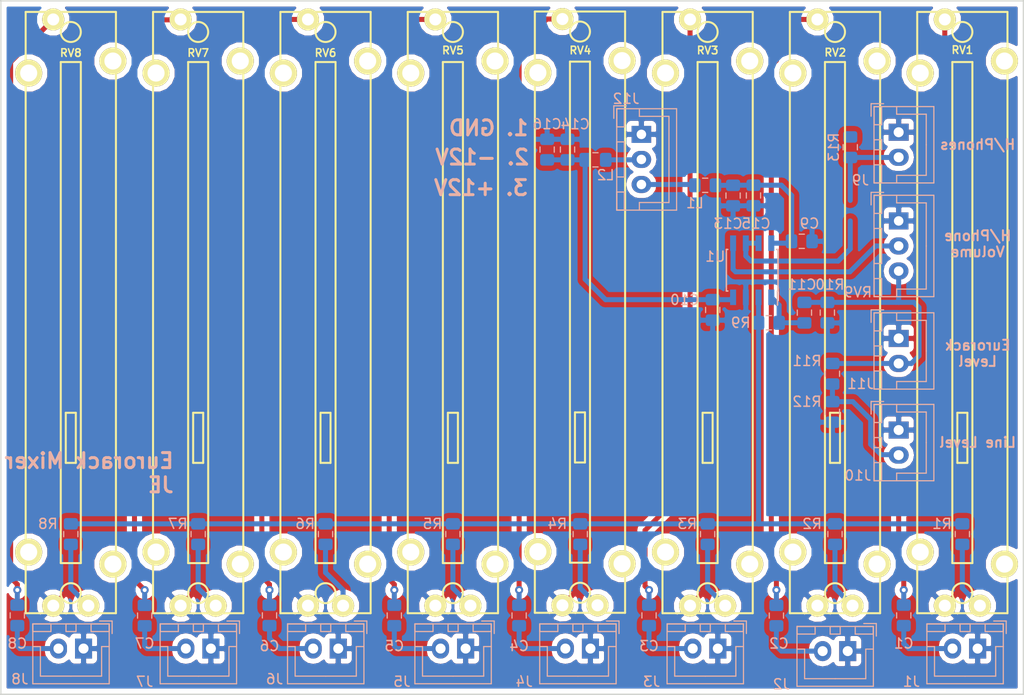
<source format=kicad_pcb>
(kicad_pcb (version 20171130) (host pcbnew "(5.0.0)")
  (layers (0 F.Cu signal) (31 B.Cu signal) (34 B.Paste user) (35 F.Paste user) (36 B.SilkS user) (37 F.SilkS user) (38 B.Mask user) (39 F.Mask user) (44 Edge.Cuts user))
  (net 0 "")
  (net 1 "Net-(C6-Pad1)")
  (net 2 "Net-(R6-Pad2)")
  (net 3 GND)
  (net 4 "Net-(R5-Pad2)")
  (net 5 "Net-(C5-Pad1)")
  (net 6 "Net-(C4-Pad1)")
  (net 7 "Net-(R4-Pad2)")
  (net 8 "Net-(R3-Pad2)")
  (net 9 "Net-(C3-Pad1)")
  (net 10 "Net-(C2-Pad1)")
  (net 11 "Net-(R2-Pad2)")
  (net 12 "Net-(R1-Pad2)")
  (net 13 "Net-(C1-Pad1)")
  (net 14 "Net-(C8-Pad1)")
  (net 15 "Net-(R8-Pad2)")
  (net 16 "Net-(R7-Pad2)")
  (net 17 "Net-(C7-Pad1)")
  (net 18 /MIX_0)
  (net 19 "Net-(C11-Pad2)")
  (net 20 "Net-(C11-Pad1)")
  (net 21 "Net-(J10-Pad2)")
  (net 22 -12V)
  (net 23 "Net-(RV9-Pad2)")
  (net 24 +12V)
  (net 25 "Net-(C4-Pad2)")
  (net 26 "Net-(C1-Pad2)")
  (net 27 "Net-(C2-Pad2)")
  (net 28 "Net-(C5-Pad2)")
  (net 29 "Net-(C6-Pad2)")
  (net 30 "Net-(C7-Pad2)")
  (net 31 "Net-(C8-Pad2)")
  (net 32 "Net-(C3-Pad2)")
  (net 33 "Net-(J12-Pad2)")
  (net 34 "Net-(J12-Pad3)")
  (net 35 "Net-(R13-Pad1)")
  (net 36 "Net-(J9-Pad2)")
  (module bourns:BOURNS-PTA4543_45mm-slide-pot (layer F.Cu) (at 91.44 50.8 90)
    (fp_text reference RV5 (at 26.162 0 180) (layer F.SilkS) (effects (font (size 0.762 0.762) (thickness 0.1524))))
    (fp_text value 10KA hide)
    (pad "" thru_hole circle (at 25.1 4.2 90) (size 2.7 2.7) (drill 1.7) (layers *.Cu *.Mask F.SilkS))
    (pad "" thru_hole circle (at -25.1 4.2 90) (size 2.7 2.7) (drill 1.7) (layers *.Cu *.Mask F.SilkS))
    (pad "" thru_hole circle (at 23.9 -4.2 90) (size 2.7 2.7) (drill 1.7) (layers *.Cu *.Mask F.SilkS))
    (pad "" thru_hole circle (at -23.9 -4.2 90) (size 2.7 2.7) (drill 1.7) (layers *.Cu *.Mask F.SilkS))
    (pad 3 thru_hole circle (at 29.25 -1.75 90) (size 2.2 2.2) (drill 1.2) (layers *.Cu *.Mask F.SilkS) (net 5 "Net-(C5-Pad1)"))
    (pad 2 thru_hole circle (at -29.25 1.75 90) (size 2.2 2.2) (drill 1.2) (layers *.Cu *.Mask F.SilkS) (net 4 "Net-(R5-Pad2)"))
    (pad 1 thru_hole circle (at -29.25 -1.75 90) (size 2.2 2.2) (drill 1.2) (layers *.Cu *.Mask F.SilkS) (net 3 GND))
  )
  (module bourns:BOURNS-PTA4543_45mm-slide-pot (layer F.Cu) (at 116.84 50.8 90)
    (fp_text reference RV3 (at 26.162 0 180) (layer F.SilkS) (effects (font (size 0.762 0.762) (thickness 0.1524))))
    (fp_text value 10KA hide)
    (pad "" thru_hole circle (at 25.1 4.2 90) (size 2.7 2.7) (drill 1.7) (layers *.Cu *.Mask F.SilkS))
    (pad "" thru_hole circle (at -25.1 4.2 90) (size 2.7 2.7) (drill 1.7) (layers *.Cu *.Mask F.SilkS))
    (pad "" thru_hole circle (at 23.9 -4.2 90) (size 2.7 2.7) (drill 1.7) (layers *.Cu *.Mask F.SilkS))
    (pad "" thru_hole circle (at -23.9 -4.2 90) (size 2.7 2.7) (drill 1.7) (layers *.Cu *.Mask F.SilkS))
    (pad 3 thru_hole circle (at 29.25 -1.75 90) (size 2.2 2.2) (drill 1.2) (layers *.Cu *.Mask F.SilkS) (net 9 "Net-(C3-Pad1)"))
    (pad 2 thru_hole circle (at -29.25 1.75 90) (size 2.2 2.2) (drill 1.2) (layers *.Cu *.Mask F.SilkS) (net 8 "Net-(R3-Pad2)"))
    (pad 1 thru_hole circle (at -29.25 -1.75 90) (size 2.2 2.2) (drill 1.2) (layers *.Cu *.Mask F.SilkS) (net 3 GND))
  )
  (module Resistor_SMD:R_0805_2012Metric_Pad1.15x1.40mm_HandSolder (layer B.Cu) (at 131.064 34.299 270)
    (fp_text reference R13 (at 0 1.65 270) (layer B.SilkS) (effects (justify mirror)))
    (fp_text value 120R)
    (pad 1 smd roundrect (at -1.025 0 270) (size 1.15 1.4) (layers B.Cu B.Paste B.Mask) (roundrect_rratio 0.217391) (net 35 "Net-(R13-Pad1)"))
    (pad 2 smd roundrect (at 1.025 0 270) (size 1.15 1.4) (layers B.Cu B.Paste B.Mask) (roundrect_rratio 0.217391) (net 36 "Net-(J9-Pad2)"))
  )
  (module Capacitor_SMD:C_0805_2012Metric_Pad1.15x1.40mm_HandSolder (layer B.Cu) (at 100.838 34.535 270)
    (fp_text reference C16 (at -2.54 0) (layer B.SilkS) (effects (justify mirror)))
    (fp_text value 10u)
    (pad 2 smd roundrect (at 1.025 0 270) (size 1.15 1.4) (layers B.Cu B.Paste B.Mask) (roundrect_rratio 0.217391) (net 22 -12V))
    (pad 1 smd roundrect (at -1.025 0 270) (size 1.15 1.4) (layers B.Cu B.Paste B.Mask) (roundrect_rratio 0.217391) (net 3 GND))
  )
  (module Capacitor_SMD:C_0805_2012Metric_Pad1.15x1.40mm_HandSolder (layer B.Cu) (at 121.412 39.116 90)
    (fp_text reference C15 (at -2.803 0.254 -180) (layer B.SilkS) (effects (justify mirror)))
    (fp_text value 10u)
    (pad 1 smd roundrect (at -1.025 0 90) (size 1.15 1.4) (layers B.Cu B.Paste B.Mask) (roundrect_rratio 0.217391) (net 3 GND))
    (pad 2 smd roundrect (at 1.025 0 90) (size 1.15 1.4) (layers B.Cu B.Paste B.Mask) (roundrect_rratio 0.217391) (net 24 +12V))
  )
  (module Capacitor_SMD:C_0805_2012Metric_Pad1.15x1.40mm_HandSolder (layer B.Cu) (at 102.87 34.535 270)
    (fp_text reference C14 (at -2.531 -0.762) (layer B.SilkS) (effects (justify mirror)))
    (fp_text value 100n)
    (pad 2 smd roundrect (at 1.025 0 270) (size 1.15 1.4) (layers B.Cu B.Paste B.Mask) (roundrect_rratio 0.217391) (net 22 -12V))
    (pad 1 smd roundrect (at -1.025 0 270) (size 1.15 1.4) (layers B.Cu B.Paste B.Mask) (roundrect_rratio 0.217391) (net 3 GND))
  )
  (module Capacitor_SMD:C_0805_2012Metric_Pad1.15x1.40mm_HandSolder (layer B.Cu) (at 119.38 39.125 90)
    (fp_text reference C13 (at -2.803 -0.508 -180) (layer B.SilkS) (effects (justify mirror)))
    (fp_text value 100n)
    (pad 1 smd roundrect (at -1.025 0 90) (size 1.15 1.4) (layers B.Cu B.Paste B.Mask) (roundrect_rratio 0.217391) (net 3 GND))
    (pad 2 smd roundrect (at 1.025 0 90) (size 1.15 1.4) (layers B.Cu B.Paste B.Mask) (roundrect_rratio 0.217391) (net 24 +12V))
  )
  (module Connector_JST:JST_XH_B03B-XH-A_1x03_P2.50mm_Vertical (layer B.Cu) (at 110.236 33.02 270)
    (fp_text reference J12 (at -3.556 1.524) (layer B.SilkS) (effects (justify mirror)))
    (fp_text value Conn_01x03_Female)
    (pad 1 thru_hole rect (at 0 0 270) (size 1.7 1.95) (drill 0.95) (layers *.Cu *.Mask) (net 3 GND))
    (pad 2 thru_hole oval (at 2.5 0 270) (size 1.7 1.95) (drill 0.95) (layers *.Cu *.Mask) (net 33 "Net-(J12-Pad2)"))
    (pad 3 thru_hole oval (at 5 0 270) (size 1.7 1.95) (drill 0.95) (layers *.Cu *.Mask) (net 34 "Net-(J12-Pad3)"))
  )
  (module Resistor_SMD:R_0805_2012Metric_Pad1.15x1.40mm_HandSolder (layer B.Cu) (at 116.595 38.1)
    (fp_text reference L1 (at -1.025 1.778 -180) (layer B.SilkS) (effects (justify mirror)))
    (fp_text value LQM21DN220N00L)
    (pad 1 smd roundrect (at -1.025 0) (size 1.15 1.4) (layers B.Cu B.Paste B.Mask) (roundrect_rratio 0.217391) (net 34 "Net-(J12-Pad3)"))
    (pad 2 smd roundrect (at 1.025 0) (size 1.15 1.4) (layers B.Cu B.Paste B.Mask) (roundrect_rratio 0.217391) (net 24 +12V))
  )
  (module Resistor_SMD:R_0805_2012Metric_Pad1.15x1.40mm_HandSolder (layer B.Cu) (at 105.655 35.56 180)
    (fp_text reference L2 (at -1.016 -1.524) (layer B.SilkS) (effects (justify mirror)))
    (fp_text value LQM21DN220N00L)
    (pad 2 smd roundrect (at 1.025 0 180) (size 1.15 1.4) (layers B.Cu B.Paste B.Mask) (roundrect_rratio 0.217391) (net 22 -12V))
    (pad 1 smd roundrect (at -1.025 0 180) (size 1.15 1.4) (layers B.Cu B.Paste B.Mask) (roundrect_rratio 0.217391) (net 33 "Net-(J12-Pad2)"))
  )
  (module Connector_JST:JST_XH_B03B-XH-A_1x03_P2.50mm_Vertical (layer B.Cu) (at 135.89 41.656 270)
    (fp_text reference RV9 (at 7.112 4.064) (layer B.SilkS) (effects (justify mirror)))
    (fp_text value 10KA)
    (pad 1 thru_hole rect (at 0 0 270) (size 1.7 1.95) (drill 0.95) (layers *.Cu *.Mask) (net 3 GND))
    (pad 2 thru_hole oval (at 2.5 0 270) (size 1.7 1.95) (drill 0.95) (layers *.Cu *.Mask) (net 23 "Net-(RV9-Pad2)"))
    (pad 3 thru_hole oval (at 5 0 270) (size 1.7 1.95) (drill 0.95) (layers *.Cu *.Mask) (net 20 "Net-(C11-Pad1)"))
  )
  (module Capacitor_SMD:C_0805_2012Metric_Pad1.15x1.40mm_HandSolder (layer B.Cu) (at 126.492 50.809 270)
    (fp_text reference C11 (at -2.803 0.254) (layer B.SilkS) (effects (justify mirror)))
    (fp_text value 10u)
    (pad 1 smd roundrect (at -1.025 0 270) (size 1.15 1.4) (layers B.Cu B.Paste B.Mask) (roundrect_rratio 0.217391) (net 20 "Net-(C11-Pad1)"))
    (pad 2 smd roundrect (at 1.025 0 270) (size 1.15 1.4) (layers B.Cu B.Paste B.Mask) (roundrect_rratio 0.217391) (net 19 "Net-(C11-Pad2)"))
  )
  (module Capacitor_SMD:C_0805_2012Metric_Pad1.15x1.40mm_HandSolder (layer B.Cu) (at 117.348 50.537 90)
    (fp_text reference C10 (at 1.007 -2.794 180) (layer B.SilkS) (effects (justify mirror)))
    (fp_text value 100n)
    (pad 2 smd roundrect (at 1.025 0 90) (size 1.15 1.4) (layers B.Cu B.Paste B.Mask) (roundrect_rratio 0.217391) (net 22 -12V))
    (pad 1 smd roundrect (at -1.025 0 90) (size 1.15 1.4) (layers B.Cu B.Paste B.Mask) (roundrect_rratio 0.217391) (net 3 GND))
  )
  (module Capacitor_SMD:C_0805_2012Metric_Pad1.15x1.40mm_HandSolder (layer B.Cu) (at 126.229 43.688)
    (fp_text reference C9 (at 0.771 -1.778 180) (layer B.SilkS) (effects (justify mirror)))
    (fp_text value 100n)
    (pad 1 smd roundrect (at -1.025 0) (size 1.15 1.4) (layers B.Cu B.Paste B.Mask) (roundrect_rratio 0.217391) (net 24 +12V))
    (pad 2 smd roundrect (at 1.025 0) (size 1.15 1.4) (layers B.Cu B.Paste B.Mask) (roundrect_rratio 0.217391) (net 3 GND))
  )
  (module Capacitor_SMD:C_0805_2012Metric_Pad1.15x1.40mm_HandSolder (layer B.Cu) (at 48.006 81.017 270)
    (fp_text reference C8 (at 2.803 0) (layer B.SilkS) (effects (justify mirror)))
    (fp_text value 10u)
    (pad 2 smd roundrect (at 1.025 0 270) (size 1.15 1.4) (layers B.Cu B.Paste B.Mask) (roundrect_rratio 0.217391) (net 31 "Net-(C8-Pad2)"))
    (pad 1 smd roundrect (at -1.025 0 270) (size 1.15 1.4) (layers B.Cu B.Paste B.Mask) (roundrect_rratio 0.217391) (net 14 "Net-(C8-Pad1)"))
  )
  (module Capacitor_SMD:C_0805_2012Metric_Pad1.15x1.40mm_HandSolder (layer B.Cu) (at 60.706 81.035 270)
    (fp_text reference C7 (at 2.785 0) (layer B.SilkS) (effects (justify mirror)))
    (fp_text value 10u)
    (pad 1 smd roundrect (at -1.025 0 270) (size 1.15 1.4) (layers B.Cu B.Paste B.Mask) (roundrect_rratio 0.217391) (net 17 "Net-(C7-Pad1)"))
    (pad 2 smd roundrect (at 1.025 0 270) (size 1.15 1.4) (layers B.Cu B.Paste B.Mask) (roundrect_rratio 0.217391) (net 30 "Net-(C7-Pad2)"))
  )
  (module Capacitor_SMD:C_0805_2012Metric_Pad1.15x1.40mm_HandSolder (layer B.Cu) (at 73.152 81.017 270)
    (fp_text reference C6 (at 3.057 0) (layer B.SilkS) (effects (justify mirror)))
    (fp_text value 10u)
    (pad 2 smd roundrect (at 1.025 0 270) (size 1.15 1.4) (layers B.Cu B.Paste B.Mask) (roundrect_rratio 0.217391) (net 29 "Net-(C6-Pad2)"))
    (pad 1 smd roundrect (at -1.025 0 270) (size 1.15 1.4) (layers B.Cu B.Paste B.Mask) (roundrect_rratio 0.217391) (net 1 "Net-(C6-Pad1)"))
  )
  (module Capacitor_SMD:C_0805_2012Metric_Pad1.15x1.40mm_HandSolder (layer B.Cu) (at 85.598 81.026 270)
    (fp_text reference C5 (at 3.048 0) (layer B.SilkS) (effects (justify mirror)))
    (fp_text value 10u)
    (pad 1 smd roundrect (at -1.025 0 270) (size 1.15 1.4) (layers B.Cu B.Paste B.Mask) (roundrect_rratio 0.217391) (net 5 "Net-(C5-Pad1)"))
    (pad 2 smd roundrect (at 1.025 0 270) (size 1.15 1.4) (layers B.Cu B.Paste B.Mask) (roundrect_rratio 0.217391) (net 28 "Net-(C5-Pad2)"))
  )
  (module Capacitor_SMD:C_0805_2012Metric_Pad1.15x1.40mm_HandSolder (layer B.Cu) (at 98.044 81.026 270)
    (fp_text reference C4 (at 3.048 0) (layer B.SilkS) (effects (justify mirror)))
    (fp_text value 10u)
    (pad 2 smd roundrect (at 1.025 0 270) (size 1.15 1.4) (layers B.Cu B.Paste B.Mask) (roundrect_rratio 0.217391) (net 25 "Net-(C4-Pad2)"))
    (pad 1 smd roundrect (at -1.025 0 270) (size 1.15 1.4) (layers B.Cu B.Paste B.Mask) (roundrect_rratio 0.217391) (net 6 "Net-(C4-Pad1)"))
  )
  (module Capacitor_SMD:C_0805_2012Metric_Pad1.15x1.40mm_HandSolder (layer B.Cu) (at 110.998 81.017 270)
    (fp_text reference C3 (at 3.057 0) (layer B.SilkS) (effects (justify mirror)))
    (fp_text value 10u)
    (pad 1 smd roundrect (at -1.025 0 270) (size 1.15 1.4) (layers B.Cu B.Paste B.Mask) (roundrect_rratio 0.217391) (net 9 "Net-(C3-Pad1)"))
    (pad 2 smd roundrect (at 1.025 0 270) (size 1.15 1.4) (layers B.Cu B.Paste B.Mask) (roundrect_rratio 0.217391) (net 32 "Net-(C3-Pad2)"))
  )
  (module Capacitor_SMD:C_0805_2012Metric_Pad1.15x1.40mm_HandSolder (layer B.Cu) (at 123.698 81.035 270)
    (fp_text reference C2 (at 2.785 -0.254) (layer B.SilkS) (effects (justify mirror)))
    (fp_text value 10u)
    (pad 2 smd roundrect (at 1.025 0 270) (size 1.15 1.4) (layers B.Cu B.Paste B.Mask) (roundrect_rratio 0.217391) (net 27 "Net-(C2-Pad2)"))
    (pad 1 smd roundrect (at -1.025 0 270) (size 1.15 1.4) (layers B.Cu B.Paste B.Mask) (roundrect_rratio 0.217391) (net 10 "Net-(C2-Pad1)"))
  )
  (module Capacitor_SMD:C_0805_2012Metric_Pad1.15x1.40mm_HandSolder (layer B.Cu) (at 136.398 81.017 270)
    (fp_text reference C1 (at 2.803 0) (layer B.SilkS) (effects (justify mirror)))
    (fp_text value 10u)
    (pad 1 smd roundrect (at -1.025 0 270) (size 1.15 1.4) (layers B.Cu B.Paste B.Mask) (roundrect_rratio 0.217391) (net 13 "Net-(C1-Pad1)"))
    (pad 2 smd roundrect (at 1.025 0 270) (size 1.15 1.4) (layers B.Cu B.Paste B.Mask) (roundrect_rratio 0.217391) (net 26 "Net-(C1-Pad2)"))
  )
  (module Connector_JST:JST_XH_B02B-XH-A_1x02_P2.50mm_Vertical (layer B.Cu) (at 117.856 84.328 180)
    (fp_text reference J3 (at 6.604 -3.302 180) (layer B.SilkS) (effects (justify mirror)))
    (fp_text value "JST XH")
    (pad 2 thru_hole oval (at 2.5 0 180) (size 1.7 2) (drill 1) (layers *.Cu *.Mask) (net 32 "Net-(C3-Pad2)"))
    (pad 1 thru_hole rect (at 0 0 180) (size 1.7 2) (drill 1) (layers *.Cu *.Mask) (net 3 GND))
  )
  (module Connector_JST:JST_XH_B02B-XH-A_1x02_P2.50mm_Vertical (layer B.Cu) (at 54.61 84.328 180)
    (fp_text reference J8 (at 6.35 -3.048 180) (layer B.SilkS) (effects (justify mirror)))
    (fp_text value "JST XH")
    (pad 2 thru_hole oval (at 2.5 0 180) (size 1.7 2) (drill 1) (layers *.Cu *.Mask) (net 31 "Net-(C8-Pad2)"))
    (pad 1 thru_hole rect (at 0 0 180) (size 1.7 2) (drill 1) (layers *.Cu *.Mask) (net 3 GND))
  )
  (module Connector_JST:JST_XH_B02B-XH-A_1x02_P2.50mm_Vertical (layer B.Cu) (at 67.31 84.328 180)
    (fp_text reference J7 (at 6.604 -3.302 180) (layer B.SilkS) (effects (justify mirror)))
    (fp_text value "JST XH")
    (pad 1 thru_hole rect (at 0 0 180) (size 1.7 2) (drill 1) (layers *.Cu *.Mask) (net 3 GND))
    (pad 2 thru_hole oval (at 2.5 0 180) (size 1.7 2) (drill 1) (layers *.Cu *.Mask) (net 30 "Net-(C7-Pad2)"))
  )
  (module Connector_JST:JST_XH_B02B-XH-A_1x02_P2.50mm_Vertical (layer B.Cu) (at 80.01 84.328 180)
    (fp_text reference J6 (at 6.35 -3.048 180) (layer B.SilkS) (effects (justify mirror)))
    (fp_text value "JST XH")
    (pad 2 thru_hole oval (at 2.5 0 180) (size 1.7 2) (drill 1) (layers *.Cu *.Mask) (net 29 "Net-(C6-Pad2)"))
    (pad 1 thru_hole rect (at 0 0 180) (size 1.7 2) (drill 1) (layers *.Cu *.Mask) (net 3 GND))
  )
  (module Connector_JST:JST_XH_B02B-XH-A_1x02_P2.50mm_Vertical (layer B.Cu) (at 92.71 84.328 180)
    (fp_text reference J5 (at 6.35 -3.302 180) (layer B.SilkS) (effects (justify mirror)))
    (fp_text value "JST XH")
    (pad 1 thru_hole rect (at 0 0 180) (size 1.7 2) (drill 1) (layers *.Cu *.Mask) (net 3 GND))
    (pad 2 thru_hole oval (at 2.5 0 180) (size 1.7 2) (drill 1) (layers *.Cu *.Mask) (net 28 "Net-(C5-Pad2)"))
  )
  (module Connector_JST:JST_XH_B02B-XH-A_1x02_P2.50mm_Vertical (layer B.Cu) (at 130.81 84.582 180)
    (fp_text reference J2 (at 6.604 -3.302 180) (layer B.SilkS) (effects (justify mirror)))
    (fp_text value "JST XH")
    (pad 2 thru_hole oval (at 2.5 0 180) (size 1.7 2) (drill 1) (layers *.Cu *.Mask) (net 27 "Net-(C2-Pad2)"))
    (pad 1 thru_hole rect (at 0 0 180) (size 1.7 2) (drill 1) (layers *.Cu *.Mask) (net 3 GND))
  )
  (module Connector_JST:JST_XH_B02B-XH-A_1x02_P2.50mm_Vertical (layer B.Cu) (at 143.764 84.328 180)
    (fp_text reference J1 (at 6.604 -3.302 180) (layer B.SilkS) (effects (justify mirror)))
    (fp_text value "JST XH")
    (pad 1 thru_hole rect (at 0 0 180) (size 1.7 2) (drill 1) (layers *.Cu *.Mask) (net 3 GND))
    (pad 2 thru_hole oval (at 2.5 0 180) (size 1.7 2) (drill 1) (layers *.Cu *.Mask) (net 26 "Net-(C1-Pad2)"))
  )
  (module Connector_JST:JST_XH_B02B-XH-A_1x02_P2.50mm_Vertical (layer B.Cu) (at 135.89 53.38 270)
    (fp_text reference J11 (at 4.532 3.81) (layer B.SilkS) (effects (justify mirror)))
    (fp_text value "JST XH")
    (pad 2 thru_hole oval (at 2.5 0 270) (size 1.7 2) (drill 1) (layers *.Cu *.Mask) (net 20 "Net-(C11-Pad1)"))
    (pad 1 thru_hole rect (at 0 0 270) (size 1.7 2) (drill 1) (layers *.Cu *.Mask) (net 3 GND))
  )
  (module Connector_JST:JST_XH_B02B-XH-A_1x02_P2.50mm_Vertical (layer B.Cu) (at 135.89 62.524 270)
    (fp_text reference J10 (at 4.532 4.064) (layer B.SilkS) (effects (justify mirror)))
    (fp_text value "JST XH")
    (pad 1 thru_hole rect (at 0 0 270) (size 1.7 2) (drill 1) (layers *.Cu *.Mask) (net 3 GND))
    (pad 2 thru_hole oval (at 2.5 0 270) (size 1.7 2) (drill 1) (layers *.Cu *.Mask) (net 21 "Net-(J10-Pad2)"))
  )
  (module Connector_JST:JST_XH_B02B-XH-A_1x02_P2.50mm_Vertical (layer B.Cu) (at 105.156 84.328 180)
    (fp_text reference J4 (at 6.604 -3.302 180) (layer B.SilkS) (effects (justify mirror)))
    (fp_text value "JST XH")
    (pad 2 thru_hole oval (at 2.5 0 180) (size 1.7 2) (drill 1) (layers *.Cu *.Mask) (net 25 "Net-(C4-Pad2)"))
    (pad 1 thru_hole rect (at 0 0 180) (size 1.7 2) (drill 1) (layers *.Cu *.Mask) (net 3 GND))
  )
  (module Connector_JST:JST_XH_B02B-XH-A_1x02_P2.50mm_Vertical (layer B.Cu) (at 135.89 32.806 270)
    (fp_text reference J9 (at 4.786 3.81) (layer B.SilkS) (effects (justify mirror)))
    (fp_text value "JST XH")
    (pad 1 thru_hole rect (at 0 0 270) (size 1.7 2) (drill 1) (layers *.Cu *.Mask) (net 3 GND))
    (pad 2 thru_hole oval (at 2.5 0 270) (size 1.7 2) (drill 1) (layers *.Cu *.Mask) (net 36 "Net-(J9-Pad2)"))
  )
  (module Package_SO:SOIC-8_3.9x4.9mm_P1.27mm (layer B.Cu) (at 121.285 46.576 90)
    (fp_text reference U1 (at 1.364 -3.683 180) (layer B.SilkS) (effects (justify mirror)))
    (fp_text value NE5532)
    (pad 1 smd rect (at -2.7 1.905 90) (size 1.55 0.6) (layers B.Cu B.Paste B.Mask) (net 19 "Net-(C11-Pad2)"))
    (pad 2 smd rect (at -2.7 0.635 90) (size 1.55 0.6) (layers B.Cu B.Paste B.Mask) (net 18 /MIX_0))
    (pad 3 smd rect (at -2.7 -0.635 90) (size 1.55 0.6) (layers B.Cu B.Paste B.Mask) (net 3 GND))
    (pad 4 smd rect (at -2.7 -1.905 90) (size 1.55 0.6) (layers B.Cu B.Paste B.Mask) (net 22 -12V))
    (pad 5 smd rect (at 2.7 -1.905 90) (size 1.55 0.6) (layers B.Cu B.Paste B.Mask) (net 23 "Net-(RV9-Pad2)"))
    (pad 6 smd rect (at 2.7 -0.635 90) (size 1.55 0.6) (layers B.Cu B.Paste B.Mask) (net 35 "Net-(R13-Pad1)"))
    (pad 7 smd rect (at 2.7 0.635 90) (size 1.55 0.6) (layers B.Cu B.Paste B.Mask) (net 35 "Net-(R13-Pad1)"))
    (pad 8 smd rect (at 2.7 1.905 90) (size 1.55 0.6) (layers B.Cu B.Paste B.Mask) (net 24 +12V))
  )
  (module Resistor_SMD:R_0805_2012Metric_Pad1.15x1.40mm_HandSolder (layer B.Cu) (at 78.74 72.907 270)
    (fp_text reference R6 (at -1.025 2.032) (layer B.SilkS) (effects (justify mirror)))
    (fp_text value 5K6)
    (pad 2 smd roundrect (at 1.025 0 270) (size 1.15 1.4) (layers B.Cu B.Paste B.Mask) (roundrect_rratio 0.217391) (net 2 "Net-(R6-Pad2)"))
    (pad 1 smd roundrect (at -1.025 0 270) (size 1.15 1.4) (layers B.Cu B.Paste B.Mask) (roundrect_rratio 0.217391) (net 18 /MIX_0))
  )
  (module Resistor_SMD:R_0805_2012Metric_Pad1.15x1.40mm_HandSolder (layer B.Cu) (at 129.286 60.715 90)
    (fp_text reference R12 (at 1.025 -2.54 180) (layer B.SilkS) (effects (justify mirror)))
    (fp_text value 2K5)
    (pad 1 smd roundrect (at -1.025 0 90) (size 1.15 1.4) (layers B.Cu B.Paste B.Mask) (roundrect_rratio 0.217391) (net 3 GND))
    (pad 2 smd roundrect (at 1.025 0 90) (size 1.15 1.4) (layers B.Cu B.Paste B.Mask) (roundrect_rratio 0.217391) (net 21 "Net-(J10-Pad2)"))
  )
  (module Resistor_SMD:R_0805_2012Metric_Pad1.15x1.40mm_HandSolder (layer B.Cu) (at 129.286 56.905 90)
    (fp_text reference R11 (at 1.279 -2.54 180) (layer B.SilkS) (effects (justify mirror)))
    (fp_text value 10K)
    (pad 2 smd roundrect (at 1.025 0 90) (size 1.15 1.4) (layers B.Cu B.Paste B.Mask) (roundrect_rratio 0.217391) (net 20 "Net-(C11-Pad1)"))
    (pad 1 smd roundrect (at -1.025 0 90) (size 1.15 1.4) (layers B.Cu B.Paste B.Mask) (roundrect_rratio 0.217391) (net 21 "Net-(J10-Pad2)"))
  )
  (module Resistor_SMD:R_0805_2012Metric_Pad1.15x1.40mm_HandSolder (layer B.Cu) (at 128.778 50.809 90)
    (fp_text reference R10 (at 2.803 0.254 180) (layer B.SilkS) (effects (justify mirror)))
    (fp_text value 10K)
    (pad 1 smd roundrect (at -1.025 0 90) (size 1.15 1.4) (layers B.Cu B.Paste B.Mask) (roundrect_rratio 0.217391) (net 3 GND))
    (pad 2 smd roundrect (at 1.025 0 90) (size 1.15 1.4) (layers B.Cu B.Paste B.Mask) (roundrect_rratio 0.217391) (net 20 "Net-(C11-Pad1)"))
  )
  (module Resistor_SMD:R_0805_2012Metric_Pad1.15x1.40mm_HandSolder (layer B.Cu) (at 122.945 51.816 180)
    (fp_text reference R9 (at 2.803 0 180) (layer B.SilkS) (effects (justify mirror)))
    (fp_text value 10K)
    (pad 2 smd roundrect (at 1.025 0 180) (size 1.15 1.4) (layers B.Cu B.Paste B.Mask) (roundrect_rratio 0.217391) (net 18 /MIX_0))
    (pad 1 smd roundrect (at -1.025 0 180) (size 1.15 1.4) (layers B.Cu B.Paste B.Mask) (roundrect_rratio 0.217391) (net 19 "Net-(C11-Pad2)"))
  )
  (module Resistor_SMD:R_0805_2012Metric_Pad1.15x1.40mm_HandSolder (layer B.Cu) (at 66.04 72.907 270)
    (fp_text reference R7 (at -1.025 2.032) (layer B.SilkS) (effects (justify mirror)))
    (fp_text value 5K6)
    (pad 1 smd roundrect (at -1.025 0 270) (size 1.15 1.4) (layers B.Cu B.Paste B.Mask) (roundrect_rratio 0.217391) (net 18 /MIX_0))
    (pad 2 smd roundrect (at 1.025 0 270) (size 1.15 1.4) (layers B.Cu B.Paste B.Mask) (roundrect_rratio 0.217391) (net 16 "Net-(R7-Pad2)"))
  )
  (module Resistor_SMD:R_0805_2012Metric_Pad1.15x1.40mm_HandSolder (layer B.Cu) (at 91.44 72.907 270)
    (fp_text reference R5 (at -1.025 2.032) (layer B.SilkS) (effects (justify mirror)))
    (fp_text value 5K6)
    (pad 2 smd roundrect (at 1.025 0 270) (size 1.15 1.4) (layers B.Cu B.Paste B.Mask) (roundrect_rratio 0.217391) (net 4 "Net-(R5-Pad2)"))
    (pad 1 smd roundrect (at -1.025 0 270) (size 1.15 1.4) (layers B.Cu B.Paste B.Mask) (roundrect_rratio 0.217391) (net 18 /MIX_0))
  )
  (module Resistor_SMD:R_0805_2012Metric_Pad1.15x1.40mm_HandSolder (layer B.Cu) (at 104.14 72.907 270)
    (fp_text reference R4 (at -1.025 2.286) (layer B.SilkS) (effects (justify mirror)))
    (fp_text value 5K6)
    (pad 1 smd roundrect (at -1.025 0 270) (size 1.15 1.4) (layers B.Cu B.Paste B.Mask) (roundrect_rratio 0.217391) (net 18 /MIX_0))
    (pad 2 smd roundrect (at 1.025 0 270) (size 1.15 1.4) (layers B.Cu B.Paste B.Mask) (roundrect_rratio 0.217391) (net 7 "Net-(R4-Pad2)"))
  )
  (module Resistor_SMD:R_0805_2012Metric_Pad1.15x1.40mm_HandSolder (layer B.Cu) (at 116.84 72.907 270)
    (fp_text reference R3 (at -1.025 2.032) (layer B.SilkS) (effects (justify mirror)))
    (fp_text value 5K6)
    (pad 2 smd roundrect (at 1.025 0 270) (size 1.15 1.4) (layers B.Cu B.Paste B.Mask) (roundrect_rratio 0.217391) (net 8 "Net-(R3-Pad2)"))
    (pad 1 smd roundrect (at -1.025 0 270) (size 1.15 1.4) (layers B.Cu B.Paste B.Mask) (roundrect_rratio 0.217391) (net 18 /MIX_0))
  )
  (module Resistor_SMD:R_0805_2012Metric_Pad1.15x1.40mm_HandSolder (layer B.Cu) (at 129.54 72.907 270)
    (fp_text reference R2 (at -1.025 2.286) (layer B.SilkS) (effects (justify mirror)))
    (fp_text value 5K6)
    (pad 1 smd roundrect (at -1.025 0 270) (size 1.15 1.4) (layers B.Cu B.Paste B.Mask) (roundrect_rratio 0.217391) (net 18 /MIX_0))
    (pad 2 smd roundrect (at 1.025 0 270) (size 1.15 1.4) (layers B.Cu B.Paste B.Mask) (roundrect_rratio 0.217391) (net 11 "Net-(R2-Pad2)"))
  )
  (module Resistor_SMD:R_0805_2012Metric_Pad1.15x1.40mm_HandSolder (layer B.Cu) (at 142.24 72.907 270)
    (fp_text reference R1 (at -1.025 2.032) (layer B.SilkS) (effects (justify mirror)))
    (fp_text value 5K6)
    (pad 2 smd roundrect (at 1.025 0 270) (size 1.15 1.4) (layers B.Cu B.Paste B.Mask) (roundrect_rratio 0.217391) (net 12 "Net-(R1-Pad2)"))
    (pad 1 smd roundrect (at -1.025 0 270) (size 1.15 1.4) (layers B.Cu B.Paste B.Mask) (roundrect_rratio 0.217391) (net 18 /MIX_0))
  )
  (module Resistor_SMD:R_0805_2012Metric_Pad1.15x1.40mm_HandSolder (layer B.Cu) (at 53.34 72.907 270)
    (fp_text reference R8 (at -1.025 2.286) (layer B.SilkS) (effects (justify mirror)))
    (fp_text value 5K6)
    (pad 1 smd roundrect (at -1.025 0 270) (size 1.15 1.4) (layers B.Cu B.Paste B.Mask) (roundrect_rratio 0.217391) (net 18 /MIX_0))
    (pad 2 smd roundrect (at 1.025 0 270) (size 1.15 1.4) (layers B.Cu B.Paste B.Mask) (roundrect_rratio 0.217391) (net 15 "Net-(R8-Pad2)"))
  )
  (module bourns:BOURNS-PTA4543_45mm-slide-pot (layer F.Cu) (at 66.04 50.8 90)
    (fp_text reference RV7 (at 25.908 0 180) (layer F.SilkS) (effects (font (size 0.762 0.762) (thickness 0.1524))))
    (fp_text value 10KA hide)
    (pad "" thru_hole circle (at 25.1 4.2 90) (size 2.7 2.7) (drill 1.7) (layers *.Cu *.Mask F.SilkS))
    (pad "" thru_hole circle (at -25.1 4.2 90) (size 2.7 2.7) (drill 1.7) (layers *.Cu *.Mask F.SilkS))
    (pad "" thru_hole circle (at 23.9 -4.2 90) (size 2.7 2.7) (drill 1.7) (layers *.Cu *.Mask F.SilkS))
    (pad "" thru_hole circle (at -23.9 -4.2 90) (size 2.7 2.7) (drill 1.7) (layers *.Cu *.Mask F.SilkS))
    (pad 3 thru_hole circle (at 29.25 -1.75 90) (size 2.2 2.2) (drill 1.2) (layers *.Cu *.Mask F.SilkS) (net 17 "Net-(C7-Pad1)"))
    (pad 2 thru_hole circle (at -29.25 1.75 90) (size 2.2 2.2) (drill 1.2) (layers *.Cu *.Mask F.SilkS) (net 16 "Net-(R7-Pad2)"))
    (pad 1 thru_hole circle (at -29.25 -1.75 90) (size 2.2 2.2) (drill 1.2) (layers *.Cu *.Mask F.SilkS) (net 3 GND))
  )
  (module bourns:BOURNS-PTA4543_45mm-slide-pot (layer F.Cu) (at 53.34 50.8 90)
    (fp_text reference RV8 (at 25.908 0 180) (layer F.SilkS) (effects (font (size 0.762 0.762) (thickness 0.1524))))
    (fp_text value 10KA hide)
    (pad 1 thru_hole circle (at -29.25 -1.75 90) (size 2.2 2.2) (drill 1.2) (layers *.Cu *.Mask F.SilkS) (net 3 GND))
    (pad 2 thru_hole circle (at -29.25 1.75 90) (size 2.2 2.2) (drill 1.2) (layers *.Cu *.Mask F.SilkS) (net 15 "Net-(R8-Pad2)"))
    (pad 3 thru_hole circle (at 29.25 -1.75 90) (size 2.2 2.2) (drill 1.2) (layers *.Cu *.Mask F.SilkS) (net 14 "Net-(C8-Pad1)"))
    (pad "" thru_hole circle (at -23.9 -4.2 90) (size 2.7 2.7) (drill 1.7) (layers *.Cu *.Mask F.SilkS))
    (pad "" thru_hole circle (at 23.9 -4.2 90) (size 2.7 2.7) (drill 1.7) (layers *.Cu *.Mask F.SilkS))
    (pad "" thru_hole circle (at -25.1 4.2 90) (size 2.7 2.7) (drill 1.7) (layers *.Cu *.Mask F.SilkS))
    (pad "" thru_hole circle (at 25.1 4.2 90) (size 2.7 2.7) (drill 1.7) (layers *.Cu *.Mask F.SilkS))
  )
  (module bourns:BOURNS-PTA4543_45mm-slide-pot (layer F.Cu) (at 142.24 50.8 90)
    (fp_text reference RV1 (at 26.202 0 180) (layer F.SilkS) (effects (font (size 0.762 0.762) (thickness 0.1524))))
    (fp_text value 10KA hide)
    (pad 1 thru_hole circle (at -29.25 -1.75 90) (size 2.2 2.2) (drill 1.2) (layers *.Cu *.Mask F.SilkS) (net 3 GND))
    (pad 2 thru_hole circle (at -29.25 1.75 90) (size 2.2 2.2) (drill 1.2) (layers *.Cu *.Mask F.SilkS) (net 12 "Net-(R1-Pad2)"))
    (pad 3 thru_hole circle (at 29.25 -1.75 90) (size 2.2 2.2) (drill 1.2) (layers *.Cu *.Mask F.SilkS) (net 13 "Net-(C1-Pad1)"))
    (pad "" thru_hole circle (at -23.9 -4.2 90) (size 2.7 2.7) (drill 1.7) (layers *.Cu *.Mask F.SilkS))
    (pad "" thru_hole circle (at 23.9 -4.2 90) (size 2.7 2.7) (drill 1.7) (layers *.Cu *.Mask F.SilkS))
    (pad "" thru_hole circle (at -25.1 4.2 90) (size 2.7 2.7) (drill 1.7) (layers *.Cu *.Mask F.SilkS))
    (pad "" thru_hole circle (at 25.1 4.2 90) (size 2.7 2.7) (drill 1.7) (layers *.Cu *.Mask F.SilkS))
  )
  (module bourns:BOURNS-PTA4543_45mm-slide-pot (layer F.Cu) (at 129.54 50.8 90)
    (fp_text reference RV2 (at 25.948 0.028 180) (layer F.SilkS) (effects (font (size 0.762 0.762) (thickness 0.1524))))
    (fp_text value 10KA hide)
    (pad 1 thru_hole circle (at -29.25 -1.75 90) (size 2.2 2.2) (drill 1.2) (layers *.Cu *.Mask F.SilkS) (net 3 GND))
    (pad 2 thru_hole circle (at -29.25 1.75 90) (size 2.2 2.2) (drill 1.2) (layers *.Cu *.Mask F.SilkS) (net 11 "Net-(R2-Pad2)"))
    (pad 3 thru_hole circle (at 29.25 -1.75 90) (size 2.2 2.2) (drill 1.2) (layers *.Cu *.Mask F.SilkS) (net 10 "Net-(C2-Pad1)"))
    (pad "" thru_hole circle (at -23.9 -4.2 90) (size 2.7 2.7) (drill 1.7) (layers *.Cu *.Mask F.SilkS))
    (pad "" thru_hole circle (at 23.9 -4.2 90) (size 2.7 2.7) (drill 1.7) (layers *.Cu *.Mask F.SilkS))
    (pad "" thru_hole circle (at -25.1 4.2 90) (size 2.7 2.7) (drill 1.7) (layers *.Cu *.Mask F.SilkS))
    (pad "" thru_hole circle (at 25.1 4.2 90) (size 2.7 2.7) (drill 1.7) (layers *.Cu *.Mask F.SilkS))
  )
  (module bourns:BOURNS-PTA4543_45mm-slide-pot (layer F.Cu) (at 104.112 50.76 90)
    (fp_text reference RV4 (at 26.122 0.028 180) (layer F.SilkS) (effects (font (size 0.762 0.762) (thickness 0.1524))))
    (fp_text value 10KA hide)
    (pad 1 thru_hole circle (at -29.25 -1.75 90) (size 2.2 2.2) (drill 1.2) (layers *.Cu *.Mask F.SilkS) (net 3 GND))
    (pad 2 thru_hole circle (at -29.25 1.75 90) (size 2.2 2.2) (drill 1.2) (layers *.Cu *.Mask F.SilkS) (net 7 "Net-(R4-Pad2)"))
    (pad 3 thru_hole circle (at 29.25 -1.75 90) (size 2.2 2.2) (drill 1.2) (layers *.Cu *.Mask F.SilkS) (net 6 "Net-(C4-Pad1)"))
    (pad "" thru_hole circle (at -23.9 -4.2 90) (size 2.7 2.7) (drill 1.7) (layers *.Cu *.Mask F.SilkS))
    (pad "" thru_hole circle (at 23.9 -4.2 90) (size 2.7 2.7) (drill 1.7) (layers *.Cu *.Mask F.SilkS))
    (pad "" thru_hole circle (at -25.1 4.2 90) (size 2.7 2.7) (drill 1.7) (layers *.Cu *.Mask F.SilkS))
    (pad "" thru_hole circle (at 25.1 4.2 90) (size 2.7 2.7) (drill 1.7) (layers *.Cu *.Mask F.SilkS))
  )
  (module bourns:BOURNS-PTA4543_45mm-slide-pot (layer F.Cu) (at 78.74 50.8 90)
    (fp_text reference RV6 (at 25.908 0 180) (layer F.SilkS) (effects (font (size 0.762 0.762) (thickness 0.1524))))
    (fp_text value 10KA hide)
    (pad 1 thru_hole circle (at -29.25 -1.75 90) (size 2.2 2.2) (drill 1.2) (layers *.Cu *.Mask F.SilkS) (net 3 GND))
    (pad 2 thru_hole circle (at -29.25 1.75 90) (size 2.2 2.2) (drill 1.2) (layers *.Cu *.Mask F.SilkS) (net 2 "Net-(R6-Pad2)"))
    (pad 3 thru_hole circle (at 29.25 -1.75 90) (size 2.2 2.2) (drill 1.2) (layers *.Cu *.Mask F.SilkS) (net 1 "Net-(C6-Pad1)"))
    (pad "" thru_hole circle (at -23.9 -4.2 90) (size 2.7 2.7) (drill 1.7) (layers *.Cu *.Mask F.SilkS))
    (pad "" thru_hole circle (at 23.9 -4.2 90) (size 2.7 2.7) (drill 1.7) (layers *.Cu *.Mask F.SilkS))
    (pad "" thru_hole circle (at -25.1 4.2 90) (size 2.7 2.7) (drill 1.7) (layers *.Cu *.Mask F.SilkS))
    (pad "" thru_hole circle (at 25.1 4.2 90) (size 2.7 2.7) (drill 1.7) (layers *.Cu *.Mask F.SilkS))
  )
  (gr_text "Line Level" (at 143.764 63.754) (layer B.SilkS) (effects (font (size 1 1) (thickness 0.2)) (justify mirror)))
  (gr_text "Eurorack\nLevel" (at 143.764 54.864) (layer B.SilkS) (effects (font (size 1 1) (thickness 0.2)) (justify mirror)))
  (gr_text "H/Phone\nVolume" (at 143.764 43.942) (layer B.SilkS) (effects (font (size 1 1) (thickness 0.2)) (justify mirror)))
  (gr_text H/Phones (at 143.764 34.036) (layer B.SilkS) (effects (font (size 1 1) (thickness 0.2)) (justify mirror)))
  (gr_text "Eurorack Mixer\nJE" (at 63.754 66.802) (layer B.SilkS) (effects (font (size 1.5 1.5) (thickness 0.3)) (justify left mirror)))
  (gr_text "3. +12V\n" (at 94.234 38.354) (layer B.SilkS) (effects (font (size 1.5 1.5) (thickness 0.3)) (justify mirror)))
  (gr_text "2. -12V" (at 94.361 35.306) (layer B.SilkS) (effects (font (size 1.5 1.5) (thickness 0.3)) (justify mirror)))
  (gr_text "1. GND" (at 94.996 32.385) (layer B.SilkS) (effects (font (size 1.5 1.5) (thickness 0.3)) (justify mirror)))
  (gr_line (start 46.355 88.9) (end 46.355 19.685) (layer Edge.Cuts) (width 0.15))
  (gr_line (start 148.336 88.9) (end 46.355 88.9) (layer Edge.Cuts) (width 0.15))
  (gr_line (start 148.336 19.685) (end 148.336 88.9) (layer Edge.Cuts) (width 0.15))
  (gr_line (start 46.355 19.685) (end 148.336 19.685) (layer Edge.Cuts) (width 0.15))
  (segment (start 73.21 80.05) (end 73.152 79.992) (width 0.5) (layer B.Cu) (net 1))
  (segment (start 73.152 79.992) (end 73.152 79.317) (width 0.5) (layer B.Cu) (net 1))
  (via (at 73.152 78.486) (size 0.8) (drill 0.4) (layers F.Cu B.Cu) (net 1))
  (segment (start 73.152 79.317) (end 73.152 78.486) (width 0.5) (layer B.Cu) (net 1))
  (via (at 73.152 78.486) (size 0.8) (drill 0.4) (layers F.Cu B.Cu) (net 1))
  (segment (start 73.446 21.55) (end 76.99 21.55) (width 0.5) (layer F.Cu) (net 1))
  (segment (start 72.39 22.606) (end 73.446 21.55) (width 0.5) (layer F.Cu) (net 1))
  (segment (start 72.39 77.158315) (end 72.39 22.606) (width 0.5) (layer F.Cu) (net 1))
  (segment (start 73.152 78.486) (end 73.152 77.920315) (width 0.5) (layer F.Cu) (net 1))
  (segment (start 73.152 77.920315) (end 72.39 77.158315) (width 0.5) (layer F.Cu) (net 1))
  (segment (start 78.74 76.744366) (end 78.74 73.932) (width 0.5) (layer B.Cu) (net 2))
  (segment (start 80.49 80.05) (end 80.49 78.494366) (width 0.5) (layer B.Cu) (net 2))
  (segment (start 80.49 78.494366) (end 78.74 76.744366) (width 0.5) (layer B.Cu) (net 2))
  (segment (start 91.44 78.3) (end 93.19 80.05) (width 0.5) (layer B.Cu) (net 4))
  (segment (start 91.44 73.932) (end 91.44 78.3) (width 0.5) (layer B.Cu) (net 4))
  (segment (start 89.641 80.001) (end 89.69 80.05) (width 0.5) (layer B.Cu) (net 3))
  (segment (start 98.053 80.01) (end 98.044 80.001) (width 0.5) (layer B.Cu) (net 6))
  (segment (start 104.14 78.288) (end 105.862 80.01) (width 0.5) (layer B.Cu) (net 7))
  (segment (start 104.14 73.932) (end 104.14 78.288) (width 0.5) (layer B.Cu) (net 7))
  (segment (start 116.84 78.3) (end 118.59 80.05) (width 0.5) (layer B.Cu) (net 8))
  (segment (start 116.84 73.932) (end 116.84 78.3) (width 0.5) (layer B.Cu) (net 8))
  (segment (start 115.032 79.992) (end 115.09 80.05) (width 0.5) (layer B.Cu) (net 3))
  (segment (start 127.75 80.01) (end 127.79 80.05) (width 0.5) (layer B.Cu) (net 3))
  (segment (start 129.54 78.3) (end 131.29 80.05) (width 0.5) (layer B.Cu) (net 11))
  (segment (start 129.54 73.932) (end 129.54 78.3) (width 0.5) (layer B.Cu) (net 11))
  (segment (start 142.24 78.3) (end 143.99 80.05) (width 0.5) (layer B.Cu) (net 12))
  (segment (start 142.24 73.932) (end 142.24 78.3) (width 0.5) (layer B.Cu) (net 12))
  (segment (start 140.432 79.992) (end 140.49 80.05) (width 0.5) (layer B.Cu) (net 3))
  (segment (start 51.532 79.992) (end 51.59 80.05) (width 0.5) (layer B.Cu) (net 3))
  (segment (start 53.34 78.3) (end 55.09 80.05) (width 0.5) (layer B.Cu) (net 15))
  (segment (start 53.34 73.932) (end 53.34 78.3) (width 0.5) (layer B.Cu) (net 15))
  (segment (start 66.04 78.3) (end 67.79 80.05) (width 0.5) (layer B.Cu) (net 16))
  (segment (start 66.04 73.932) (end 66.04 78.3) (width 0.5) (layer B.Cu) (net 16))
  (segment (start 64.25 80.01) (end 64.29 80.05) (width 0.5) (layer B.Cu) (net 3))
  (segment (start 53.34 71.882) (end 66.04 71.882) (width 0.5) (layer B.Cu) (net 18))
  (segment (start 66.04 71.882) (end 78.74 71.882) (width 0.5) (layer B.Cu) (net 18))
  (segment (start 78.74 71.882) (end 91.44 71.882) (width 0.5) (layer B.Cu) (net 18))
  (segment (start 91.44 71.882) (end 104.14 71.882) (width 0.5) (layer B.Cu) (net 18))
  (segment (start 104.14 71.882) (end 116.84 71.882) (width 0.5) (layer B.Cu) (net 18))
  (segment (start 129.54 71.882) (end 142.24 71.882) (width 0.5) (layer B.Cu) (net 18))
  (segment (start 121.92 57.15) (end 121.92 51.816) (width 0.5) (layer B.Cu) (net 18))
  (segment (start 121.92 51.816) (end 121.92 49.276) (width 0.5) (layer B.Cu) (net 18))
  (segment (start 121.92 57.15) (end 121.92 71.882) (width 0.5) (layer B.Cu) (net 18))
  (segment (start 116.84 71.882) (end 121.92 71.882) (width 0.5) (layer B.Cu) (net 18))
  (segment (start 121.92 71.882) (end 129.54 71.882) (width 0.5) (layer B.Cu) (net 18))
  (segment (start 123.97 50.056) (end 123.19 49.276) (width 0.5) (layer B.Cu) (net 19))
  (segment (start 123.97 51.816) (end 123.97 50.056) (width 0.5) (layer B.Cu) (net 19))
  (segment (start 126.474 51.816) (end 126.492 51.834) (width 0.5) (layer B.Cu) (net 19))
  (segment (start 123.97 51.816) (end 126.474 51.816) (width 0.5) (layer B.Cu) (net 19))
  (segment (start 126.492 49.784) (end 128.778 49.784) (width 0.5) (layer B.Cu) (net 20))
  (segment (start 135.636 55.88) (end 137.16 55.88) (width 0.5) (layer B.Cu) (net 20))
  (segment (start 137.16 55.88) (end 137.922 55.118) (width 0.5) (layer B.Cu) (net 20))
  (segment (start 137.922 50.292) (end 137.668 50.038) (width 0.5) (layer B.Cu) (net 20))
  (segment (start 137.922 55.118) (end 137.922 50.292) (width 0.5) (layer B.Cu) (net 20))
  (segment (start 137.668 50.038) (end 137.414 49.784) (width 0.5) (layer B.Cu) (net 20))
  (segment (start 128.778 49.784) (end 133.604 49.784) (width 0.5) (layer B.Cu) (net 20))
  (segment (start 133.604 49.784) (end 135.636 49.784) (width 0.5) (layer B.Cu) (net 20))
  (segment (start 129.286 55.88) (end 135.636 55.88) (width 0.5) (layer B.Cu) (net 20))
  (segment (start 135.89 46.656) (end 135.89 49.784) (width 0.5) (layer B.Cu) (net 20))
  (segment (start 135.636 49.784) (end 135.89 49.784) (width 0.5) (layer B.Cu) (net 20))
  (segment (start 135.89 49.784) (end 137.414 49.784) (width 0.5) (layer B.Cu) (net 20))
  (segment (start 129.286 57.93) (end 129.286 59.69) (width 0.5) (layer B.Cu) (net 21))
  (segment (start 129.286 59.69) (end 131.318 59.69) (width 0.5) (layer B.Cu) (net 21))
  (segment (start 131.318 59.69) (end 132.842 61.214) (width 0.5) (layer B.Cu) (net 21))
  (segment (start 133.096 63.944) (end 133.096 61.468) (width 0.5) (layer B.Cu) (net 21))
  (segment (start 134.136 64.984) (end 133.096 63.944) (width 0.5) (layer B.Cu) (net 21))
  (segment (start 135.636 64.984) (end 134.136 64.984) (width 0.5) (layer B.Cu) (net 21))
  (segment (start 132.842 61.214) (end 133.096 61.468) (width 0.5) (layer B.Cu) (net 21))
  (segment (start 119.144 49.512) (end 119.38 49.276) (width 0.5) (layer B.Cu) (net 22))
  (segment (start 117.348 49.512) (end 119.144 49.512) (width 0.5) (layer B.Cu) (net 22))
  (segment (start 106.662 49.512) (end 117.348 49.512) (width 0.5) (layer B.Cu) (net 22))
  (segment (start 104.63 47.48) (end 105.41 48.26) (width 0.5) (layer B.Cu) (net 22))
  (segment (start 104.63 35.814) (end 104.63 47.48) (width 0.5) (layer B.Cu) (net 22))
  (segment (start 105.41 48.26) (end 106.662 49.512) (width 0.5) (layer B.Cu) (net 22))
  (segment (start 104.63 35.56) (end 102.87 35.56) (width 0.5) (layer B.Cu) (net 22))
  (segment (start 102.87 35.56) (end 100.838 35.56) (width 0.5) (layer B.Cu) (net 22))
  (segment (start 133.604 44.156) (end 135.636 44.156) (width 0.5) (layer B.Cu) (net 23))
  (segment (start 131.024 46.736) (end 133.604 44.156) (width 0.5) (layer B.Cu) (net 23))
  (segment (start 119.634 46.736) (end 131.024 46.736) (width 0.5) (layer B.Cu) (net 23))
  (segment (start 119.38 46.482) (end 119.634 46.736) (width 0.5) (layer B.Cu) (net 23))
  (segment (start 119.38 43.876) (end 119.38 46.482) (width 0.5) (layer B.Cu) (net 23))
  (segment (start 123.19 43.876) (end 125.156 43.876) (width 0.5) (layer B.Cu) (net 24))
  (segment (start 117.62 38.1) (end 119.38 38.1) (width 0.5) (layer B.Cu) (net 24))
  (segment (start 119.389 38.091) (end 119.38 38.1) (width 0.5) (layer B.Cu) (net 24))
  (segment (start 121.412 38.091) (end 119.389 38.091) (width 0.5) (layer B.Cu) (net 24))
  (segment (start 125.204 42.888) (end 125.222 42.87) (width 0.5) (layer B.Cu) (net 24))
  (segment (start 125.204 43.688) (end 125.204 42.888) (width 0.5) (layer B.Cu) (net 24))
  (segment (start 125.222 42.87) (end 125.222 39.116) (width 0.5) (layer B.Cu) (net 24))
  (segment (start 124.197 38.091) (end 121.412 38.091) (width 0.5) (layer B.Cu) (net 24))
  (segment (start 125.222 39.116) (end 124.197 38.091) (width 0.5) (layer B.Cu) (net 24))
  (segment (start 98.552 84.328) (end 102.656 84.328) (width 0.5) (layer B.Cu) (net 25))
  (segment (start 98.044 82.051) (end 98.044 83.82) (width 0.5) (layer B.Cu) (net 25))
  (segment (start 98.044 83.82) (end 98.552 84.328) (width 0.5) (layer B.Cu) (net 25))
  (segment (start 141.264 84.328) (end 139.914 84.328) (width 0.5) (layer B.Cu) (net 26))
  (segment (start 136.398 82.042) (end 136.398 83.82) (width 0.5) (layer B.Cu) (net 26))
  (segment (start 136.906 84.328) (end 141.264 84.328) (width 0.5) (layer B.Cu) (net 26))
  (segment (start 136.398 83.82) (end 136.906 84.328) (width 0.5) (layer B.Cu) (net 26))
  (segment (start 124.206 84.582) (end 128.31 84.582) (width 0.5) (layer B.Cu) (net 27))
  (segment (start 123.698 82.06) (end 123.698 84.074) (width 0.5) (layer B.Cu) (net 27))
  (segment (start 123.698 84.074) (end 124.206 84.582) (width 0.5) (layer B.Cu) (net 27))
  (segment (start 85.598 84.074) (end 85.598 82.051) (width 0.5) (layer B.Cu) (net 28))
  (segment (start 90.21 84.328) (end 85.852 84.328) (width 0.5) (layer B.Cu) (net 28))
  (segment (start 85.852 84.328) (end 85.598 84.074) (width 0.5) (layer B.Cu) (net 28))
  (segment (start 74.168 84.328) (end 77.51 84.328) (width 0.5) (layer B.Cu) (net 29))
  (segment (start 73.152 82.042) (end 73.152 83.312) (width 0.5) (layer B.Cu) (net 29))
  (segment (start 73.152 83.312) (end 74.168 84.328) (width 0.5) (layer B.Cu) (net 29))
  (segment (start 64.81 84.328) (end 60.96 84.328) (width 0.5) (layer B.Cu) (net 30))
  (segment (start 60.706 84.074) (end 60.706 81.788) (width 0.5) (layer B.Cu) (net 30))
  (segment (start 60.96 84.328) (end 60.706 84.074) (width 0.5) (layer B.Cu) (net 30))
  (segment (start 48.006 84.074) (end 48.006 82.042) (width 0.5) (layer B.Cu) (net 31))
  (segment (start 52.11 84.328) (end 48.26 84.328) (width 0.5) (layer B.Cu) (net 31))
  (segment (start 48.26 84.328) (end 48.006 84.074) (width 0.5) (layer B.Cu) (net 31))
  (segment (start 115.356 84.328) (end 111.252 84.328) (width 0.5) (layer B.Cu) (net 32))
  (segment (start 110.998 84.074) (end 110.998 82.042) (width 0.5) (layer B.Cu) (net 32))
  (segment (start 111.252 84.328) (end 110.998 84.074) (width 0.5) (layer B.Cu) (net 32))
  (segment (start 120.65 43.876) (end 121.92 43.876) (width 0.5) (layer B.Cu) (net 35))
  (segment (start 120.65 45.151) (end 121.158 45.659) (width 0.5) (layer B.Cu) (net 35))
  (segment (start 120.65 43.876) (end 120.65 45.151) (width 0.5) (layer B.Cu) (net 35))
  (segment (start 121.158 45.659) (end 129.855 45.659) (width 0.5) (layer B.Cu) (net 35))
  (segment (start 131.064 44.45) (end 131.064 41.656) (width 0.5) (layer B.Cu) (net 35))
  (segment (start 129.855 45.659) (end 131.064 44.45) (width 0.5) (layer B.Cu) (net 35))
  (segment (start 131.064 39.606) (end 131.064 35.324) (width 0.5) (layer B.Cu) (net 36))
  (segment (start 135.872 35.324) (end 135.89 35.306) (width 0.5) (layer B.Cu) (net 36))
  (segment (start 131.064 35.324) (end 135.872 35.324) (width 0.5) (layer B.Cu) (net 36))
  (segment (start 110.236 33.02) (end 115.298 33.02) (width 0.5) (layer B.Cu) (net 3))
  (segment (start 85.598 80.001) (end 85.598 78.486) (width 0.5) (layer B.Cu) (net 5))
  (via (at 85.598 78.486) (size 0.8) (drill 0.4) (layers F.Cu B.Cu) (net 5))
  (segment (start 85.892 21.55) (end 89.69 21.55) (width 0.5) (layer F.Cu) (net 5))
  (segment (start 85.09 22.352) (end 85.892 21.55) (width 0.5) (layer F.Cu) (net 5))
  (segment (start 85.09 77.412315) (end 85.09 22.352) (width 0.5) (layer F.Cu) (net 5))
  (segment (start 85.598 78.486) (end 85.598 77.920315) (width 0.5) (layer F.Cu) (net 5))
  (segment (start 85.598 77.920315) (end 85.09 77.412315) (width 0.5) (layer F.Cu) (net 5))
  (segment (start 100.806366 21.51) (end 98.044 24.272366) (width 0.5) (layer F.Cu) (net 6))
  (segment (start 102.362 21.51) (end 100.806366 21.51) (width 0.5) (layer F.Cu) (net 6))
  (via (at 98.044 78.486) (size 0.8) (drill 0.4) (layers F.Cu B.Cu) (net 6))
  (segment (start 98.044 24.272366) (end 98.044 78.486) (width 0.5) (layer F.Cu) (net 6))
  (segment (start 98.044 78.486) (end 98.044 80.001) (width 0.5) (layer B.Cu) (net 6))
  (via (at 110.998 78.486) (size 0.8) (drill 0.4) (layers F.Cu B.Cu) (net 9))
  (segment (start 110.998 79.992) (end 110.998 78.486) (width 0.5) (layer B.Cu) (net 9))
  (segment (start 115.09 23.105634) (end 115.09 21.55) (width 0.5) (layer F.Cu) (net 9))
  (segment (start 115.09 68.044) (end 115.09 23.105634) (width 0.5) (layer F.Cu) (net 9))
  (segment (start 110.598001 72.535999) (end 115.09 68.044) (width 0.5) (layer F.Cu) (net 9))
  (segment (start 110.998 78.486) (end 110.598001 78.086001) (width 0.5) (layer F.Cu) (net 9))
  (segment (start 110.598001 78.086001) (end 110.598001 72.535999) (width 0.5) (layer F.Cu) (net 9))
  (segment (start 123.698 80.01) (end 123.698 79.335) (width 0.5) (layer B.Cu) (net 10))
  (via (at 123.698 78.486) (size 0.8) (drill 0.4) (layers F.Cu B.Cu) (net 10))
  (segment (start 123.698 79.335) (end 123.698 78.486) (width 0.5) (layer B.Cu) (net 10))
  (segment (start 123.698 78.486) (end 123.698 76.454) (width 0.5) (layer F.Cu) (net 10))
  (segment (start 123.698 76.454) (end 123.19 75.946) (width 0.5) (layer F.Cu) (net 10))
  (segment (start 123.19 26.15) (end 123.698 25.642) (width 0.5) (layer F.Cu) (net 10))
  (segment (start 123.19 75.946) (end 123.19 26.15) (width 0.5) (layer F.Cu) (net 10))
  (segment (start 123.698 25.642) (end 123.698 21.844) (width 0.5) (layer F.Cu) (net 10))
  (segment (start 123.992 21.55) (end 127.79 21.55) (width 0.5) (layer F.Cu) (net 10))
  (segment (start 123.698 21.844) (end 123.992 21.55) (width 0.5) (layer F.Cu) (net 10))
  (via (at 136.398 78.486) (size 0.8) (drill 0.4) (layers F.Cu B.Cu) (net 13))
  (segment (start 136.398 79.992) (end 136.398 78.486) (width 0.5) (layer B.Cu) (net 13))
  (segment (start 136.398 78.486) (end 136.398 76.962) (width 0.5) (layer F.Cu) (net 13))
  (segment (start 136.398 76.962) (end 135.89 76.454) (width 0.5) (layer F.Cu) (net 13))
  (segment (start 135.89 76.454) (end 135.89 70.866) (width 0.5) (layer F.Cu) (net 13))
  (segment (start 140.49 66.266) (end 140.49 21.55) (width 0.5) (layer F.Cu) (net 13))
  (segment (start 135.89 70.866) (end 140.49 66.266) (width 0.5) (layer F.Cu) (net 13))
  (via (at 48.006 78.486) (size 0.8) (drill 0.4) (layers F.Cu B.Cu) (net 14))
  (segment (start 48.006 79.992) (end 48.006 78.486) (width 0.5) (layer B.Cu) (net 14))
  (segment (start 50.490001 22.649999) (end 51.59 21.55) (width 0.5) (layer F.Cu) (net 14))
  (segment (start 47.339999 25.800001) (end 50.490001 22.649999) (width 0.5) (layer F.Cu) (net 14))
  (segment (start 47.339999 77.254314) (end 47.339999 25.800001) (width 0.5) (layer F.Cu) (net 14))
  (segment (start 48.006 78.486) (end 48.006 77.920315) (width 0.5) (layer F.Cu) (net 14))
  (segment (start 48.006 77.920315) (end 47.339999 77.254314) (width 0.5) (layer F.Cu) (net 14))
  (via (at 60.706 78.486) (size 0.8) (drill 0.4) (layers F.Cu B.Cu) (net 17))
  (segment (start 60.706 80.01) (end 60.706 78.486) (width 0.5) (layer B.Cu) (net 17))
  (segment (start 64.25 21.59) (end 64.29 21.55) (width 0.5) (layer F.Cu) (net 17))
  (segment (start 60.96 21.59) (end 64.25 21.59) (width 0.5) (layer F.Cu) (net 17))
  (segment (start 59.69 22.86) (end 60.96 21.59) (width 0.5) (layer F.Cu) (net 17))
  (segment (start 60.706 78.486) (end 59.69 77.47) (width 0.5) (layer F.Cu) (net 17))
  (segment (start 59.69 77.47) (end 59.69 22.86) (width 0.5) (layer F.Cu) (net 17))
  (segment (start 110.196 35.56) (end 110.236 35.52) (width 0.5) (layer B.Cu) (net 33))
  (segment (start 106.68 35.56) (end 110.196 35.56) (width 0.5) (layer B.Cu) (net 33))
  (segment (start 115.49 38.02) (end 115.57 38.1) (width 0.5) (layer B.Cu) (net 34))
  (segment (start 110.236 38.02) (end 115.49 38.02) (width 0.5) (layer B.Cu) (net 34))
  (zone (net 3) (net_name GND) (layer F.Cu) (connect_pads (clearance 0.508)) (min_thickness 0.254) (fill yes (arc_segments 16) (thermal_gap 0.508) (thermal_bridge_width 0.508))
    (polygon (pts (xy 46.355 19.685) (xy 148.336 19.685) (xy 148.336 88.9) (xy 46.355 88.9)))
  )
  (zone (net 3) (net_name GND) (layer B.Cu) (connect_pads (clearance 0.508)) (min_thickness 0.254) (fill yes (arc_segments 16) (thermal_gap 0.508) (thermal_bridge_width 0.508))
    (polygon (pts (xy 46.355 88.9) (xy 46.355 19.685) (xy 148.336 19.685) (xy 148.336 88.9)))
  )
)
</source>
